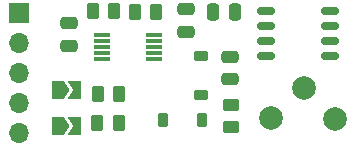
<source format=gts>
%TF.GenerationSoftware,KiCad,Pcbnew,7.0.2*%
%TF.CreationDate,2023-07-05T23:29:04-07:00*%
%TF.ProjectId,555-timer-pwm-with-digipot,3535352d-7469-46d6-9572-2d70776d2d77,rev?*%
%TF.SameCoordinates,Original*%
%TF.FileFunction,Soldermask,Top*%
%TF.FilePolarity,Negative*%
%FSLAX46Y46*%
G04 Gerber Fmt 4.6, Leading zero omitted, Abs format (unit mm)*
G04 Created by KiCad (PCBNEW 7.0.2) date 2023-07-05 23:29:04*
%MOMM*%
%LPD*%
G01*
G04 APERTURE LIST*
G04 Aperture macros list*
%AMRoundRect*
0 Rectangle with rounded corners*
0 $1 Rounding radius*
0 $2 $3 $4 $5 $6 $7 $8 $9 X,Y pos of 4 corners*
0 Add a 4 corners polygon primitive as box body*
4,1,4,$2,$3,$4,$5,$6,$7,$8,$9,$2,$3,0*
0 Add four circle primitives for the rounded corners*
1,1,$1+$1,$2,$3*
1,1,$1+$1,$4,$5*
1,1,$1+$1,$6,$7*
1,1,$1+$1,$8,$9*
0 Add four rect primitives between the rounded corners*
20,1,$1+$1,$2,$3,$4,$5,0*
20,1,$1+$1,$4,$5,$6,$7,0*
20,1,$1+$1,$6,$7,$8,$9,0*
20,1,$1+$1,$8,$9,$2,$3,0*%
%AMFreePoly0*
4,1,6,1.000000,0.000000,0.500000,-0.750000,-0.500000,-0.750000,-0.500000,0.750000,0.500000,0.750000,1.000000,0.000000,1.000000,0.000000,$1*%
%AMFreePoly1*
4,1,6,0.500000,-0.750000,-0.650000,-0.750000,-0.150000,0.000000,-0.650000,0.750000,0.500000,0.750000,0.500000,-0.750000,0.500000,-0.750000,$1*%
G04 Aperture macros list end*
%ADD10RoundRect,0.250000X-0.262500X-0.450000X0.262500X-0.450000X0.262500X0.450000X-0.262500X0.450000X0*%
%ADD11R,1.700000X1.700000*%
%ADD12O,1.700000X1.700000*%
%ADD13FreePoly0,0.000000*%
%ADD14FreePoly1,0.000000*%
%ADD15C,2.000000*%
%ADD16RoundRect,0.250000X-0.450000X0.262500X-0.450000X-0.262500X0.450000X-0.262500X0.450000X0.262500X0*%
%ADD17RoundRect,0.225000X0.225000X0.375000X-0.225000X0.375000X-0.225000X-0.375000X0.225000X-0.375000X0*%
%ADD18RoundRect,0.225000X-0.375000X0.225000X-0.375000X-0.225000X0.375000X-0.225000X0.375000X0.225000X0*%
%ADD19RoundRect,0.250000X0.262500X0.450000X-0.262500X0.450000X-0.262500X-0.450000X0.262500X-0.450000X0*%
%ADD20RoundRect,0.250000X0.475000X-0.250000X0.475000X0.250000X-0.475000X0.250000X-0.475000X-0.250000X0*%
%ADD21RoundRect,0.150000X0.625000X0.150000X-0.625000X0.150000X-0.625000X-0.150000X0.625000X-0.150000X0*%
%ADD22RoundRect,0.250000X0.250000X0.475000X-0.250000X0.475000X-0.250000X-0.475000X0.250000X-0.475000X0*%
%ADD23RoundRect,0.250000X-0.475000X0.250000X-0.475000X-0.250000X0.475000X-0.250000X0.475000X0.250000X0*%
%ADD24R,1.400000X0.300000*%
G04 APERTURE END LIST*
D10*
%TO.C,R5*%
X142703500Y-94795000D03*
X144528500Y-94795000D03*
%TD*%
D11*
%TO.C,J1*%
X136012000Y-87957000D03*
D12*
X136012000Y-90497000D03*
X136012000Y-93037000D03*
X136012000Y-95577000D03*
X136012000Y-98117000D03*
%TD*%
D13*
%TO.C,A1*%
X139355000Y-94475000D03*
D14*
X140805000Y-94475000D03*
%TD*%
D10*
%TO.C,R3*%
X145857500Y-87800000D03*
X147682500Y-87800000D03*
%TD*%
D15*
%TO.C,RL*%
X157352000Y-96791000D03*
%TD*%
D16*
%TO.C,R1*%
X154009000Y-95719500D03*
X154009000Y-97544500D03*
%TD*%
D13*
%TO.C,A0*%
X139361000Y-97523000D03*
D14*
X140811000Y-97523000D03*
%TD*%
D15*
%TO.C,RW*%
X160146000Y-94237000D03*
%TD*%
D17*
%TO.C,D2*%
X151517000Y-97007000D03*
X148217000Y-97007000D03*
%TD*%
D18*
%TO.C,D1*%
X151442000Y-91561000D03*
X151442000Y-94861000D03*
%TD*%
D19*
%TO.C,R2*%
X144126500Y-87771000D03*
X142301500Y-87771000D03*
%TD*%
D20*
%TO.C,C4*%
X150214000Y-89497000D03*
X150214000Y-87597000D03*
%TD*%
D21*
%TO.C,U1*%
X162364000Y-91592000D03*
X162364000Y-90322000D03*
X162364000Y-89052000D03*
X162364000Y-87782000D03*
X156964000Y-87782000D03*
X156964000Y-89052000D03*
X156964000Y-90322000D03*
X156964000Y-91592000D03*
%TD*%
D20*
%TO.C,C1*%
X153897000Y-93548000D03*
X153897000Y-91648000D03*
%TD*%
D22*
%TO.C,C2*%
X154339000Y-87861000D03*
X152439000Y-87861000D03*
%TD*%
D15*
%TO.C,RH*%
X162813000Y-96932000D03*
%TD*%
D23*
%TO.C,C3*%
X140308000Y-88778000D03*
X140308000Y-90678000D03*
%TD*%
D10*
%TO.C,R4*%
X142674500Y-97208000D03*
X144499500Y-97208000D03*
%TD*%
D24*
%TO.C,U2*%
X143116000Y-89775000D03*
X143116000Y-90275000D03*
X143116000Y-90775000D03*
X143116000Y-91275000D03*
X143116000Y-91775000D03*
X147516000Y-91775000D03*
X147516000Y-91275000D03*
X147516000Y-90775000D03*
X147516000Y-90275000D03*
X147516000Y-89775000D03*
%TD*%
M02*

</source>
